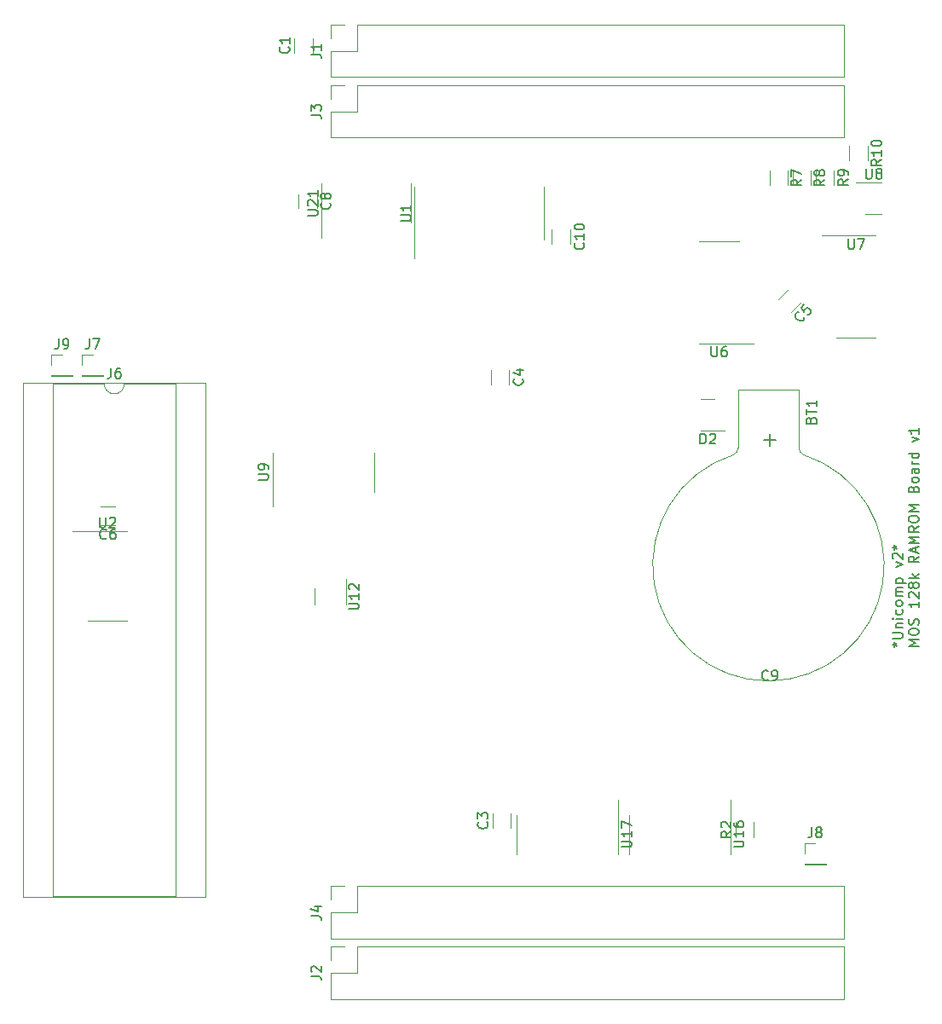
<source format=gbr>
%TF.GenerationSoftware,KiCad,Pcbnew,7.0.5-7.0.5~ubuntu20.04.1*%
%TF.CreationDate,2023-07-18T14:00:40+02:00*%
%TF.ProjectId,RAMROM_512k_board,52414d52-4f4d-45f3-9531-326b5f626f61,rev?*%
%TF.SameCoordinates,Original*%
%TF.FileFunction,Legend,Top*%
%TF.FilePolarity,Positive*%
%FSLAX46Y46*%
G04 Gerber Fmt 4.6, Leading zero omitted, Abs format (unit mm)*
G04 Created by KiCad (PCBNEW 7.0.5-7.0.5~ubuntu20.04.1) date 2023-07-18 14:00:40*
%MOMM*%
%LPD*%
G01*
G04 APERTURE LIST*
%ADD10C,0.150000*%
%ADD11C,0.120000*%
G04 APERTURE END LIST*
D10*
X194128219Y-108537163D02*
X194366314Y-108537163D01*
X194271076Y-108775258D02*
X194366314Y-108537163D01*
X194366314Y-108537163D02*
X194271076Y-108299068D01*
X194556790Y-108680020D02*
X194366314Y-108537163D01*
X194366314Y-108537163D02*
X194556790Y-108394306D01*
X194128219Y-107918115D02*
X194937742Y-107918115D01*
X194937742Y-107918115D02*
X195032980Y-107870496D01*
X195032980Y-107870496D02*
X195080600Y-107822877D01*
X195080600Y-107822877D02*
X195128219Y-107727639D01*
X195128219Y-107727639D02*
X195128219Y-107537163D01*
X195128219Y-107537163D02*
X195080600Y-107441925D01*
X195080600Y-107441925D02*
X195032980Y-107394306D01*
X195032980Y-107394306D02*
X194937742Y-107346687D01*
X194937742Y-107346687D02*
X194128219Y-107346687D01*
X194461552Y-106870496D02*
X195128219Y-106870496D01*
X194556790Y-106870496D02*
X194509171Y-106822877D01*
X194509171Y-106822877D02*
X194461552Y-106727639D01*
X194461552Y-106727639D02*
X194461552Y-106584782D01*
X194461552Y-106584782D02*
X194509171Y-106489544D01*
X194509171Y-106489544D02*
X194604409Y-106441925D01*
X194604409Y-106441925D02*
X195128219Y-106441925D01*
X195128219Y-105965734D02*
X194461552Y-105965734D01*
X194128219Y-105965734D02*
X194175838Y-106013353D01*
X194175838Y-106013353D02*
X194223457Y-105965734D01*
X194223457Y-105965734D02*
X194175838Y-105918115D01*
X194175838Y-105918115D02*
X194128219Y-105965734D01*
X194128219Y-105965734D02*
X194223457Y-105965734D01*
X195080600Y-105060973D02*
X195128219Y-105156211D01*
X195128219Y-105156211D02*
X195128219Y-105346687D01*
X195128219Y-105346687D02*
X195080600Y-105441925D01*
X195080600Y-105441925D02*
X195032980Y-105489544D01*
X195032980Y-105489544D02*
X194937742Y-105537163D01*
X194937742Y-105537163D02*
X194652028Y-105537163D01*
X194652028Y-105537163D02*
X194556790Y-105489544D01*
X194556790Y-105489544D02*
X194509171Y-105441925D01*
X194509171Y-105441925D02*
X194461552Y-105346687D01*
X194461552Y-105346687D02*
X194461552Y-105156211D01*
X194461552Y-105156211D02*
X194509171Y-105060973D01*
X195128219Y-104489544D02*
X195080600Y-104584782D01*
X195080600Y-104584782D02*
X195032980Y-104632401D01*
X195032980Y-104632401D02*
X194937742Y-104680020D01*
X194937742Y-104680020D02*
X194652028Y-104680020D01*
X194652028Y-104680020D02*
X194556790Y-104632401D01*
X194556790Y-104632401D02*
X194509171Y-104584782D01*
X194509171Y-104584782D02*
X194461552Y-104489544D01*
X194461552Y-104489544D02*
X194461552Y-104346687D01*
X194461552Y-104346687D02*
X194509171Y-104251449D01*
X194509171Y-104251449D02*
X194556790Y-104203830D01*
X194556790Y-104203830D02*
X194652028Y-104156211D01*
X194652028Y-104156211D02*
X194937742Y-104156211D01*
X194937742Y-104156211D02*
X195032980Y-104203830D01*
X195032980Y-104203830D02*
X195080600Y-104251449D01*
X195080600Y-104251449D02*
X195128219Y-104346687D01*
X195128219Y-104346687D02*
X195128219Y-104489544D01*
X195128219Y-103727639D02*
X194461552Y-103727639D01*
X194556790Y-103727639D02*
X194509171Y-103680020D01*
X194509171Y-103680020D02*
X194461552Y-103584782D01*
X194461552Y-103584782D02*
X194461552Y-103441925D01*
X194461552Y-103441925D02*
X194509171Y-103346687D01*
X194509171Y-103346687D02*
X194604409Y-103299068D01*
X194604409Y-103299068D02*
X195128219Y-103299068D01*
X194604409Y-103299068D02*
X194509171Y-103251449D01*
X194509171Y-103251449D02*
X194461552Y-103156211D01*
X194461552Y-103156211D02*
X194461552Y-103013354D01*
X194461552Y-103013354D02*
X194509171Y-102918115D01*
X194509171Y-102918115D02*
X194604409Y-102870496D01*
X194604409Y-102870496D02*
X195128219Y-102870496D01*
X194461552Y-102394306D02*
X195461552Y-102394306D01*
X194509171Y-102394306D02*
X194461552Y-102299068D01*
X194461552Y-102299068D02*
X194461552Y-102108592D01*
X194461552Y-102108592D02*
X194509171Y-102013354D01*
X194509171Y-102013354D02*
X194556790Y-101965735D01*
X194556790Y-101965735D02*
X194652028Y-101918116D01*
X194652028Y-101918116D02*
X194937742Y-101918116D01*
X194937742Y-101918116D02*
X195032980Y-101965735D01*
X195032980Y-101965735D02*
X195080600Y-102013354D01*
X195080600Y-102013354D02*
X195128219Y-102108592D01*
X195128219Y-102108592D02*
X195128219Y-102299068D01*
X195128219Y-102299068D02*
X195080600Y-102394306D01*
X194461552Y-100822877D02*
X195128219Y-100584782D01*
X195128219Y-100584782D02*
X194461552Y-100346687D01*
X194223457Y-100013353D02*
X194175838Y-99965734D01*
X194175838Y-99965734D02*
X194128219Y-99870496D01*
X194128219Y-99870496D02*
X194128219Y-99632401D01*
X194128219Y-99632401D02*
X194175838Y-99537163D01*
X194175838Y-99537163D02*
X194223457Y-99489544D01*
X194223457Y-99489544D02*
X194318695Y-99441925D01*
X194318695Y-99441925D02*
X194413933Y-99441925D01*
X194413933Y-99441925D02*
X194556790Y-99489544D01*
X194556790Y-99489544D02*
X195128219Y-100060972D01*
X195128219Y-100060972D02*
X195128219Y-99441925D01*
X194128219Y-98870496D02*
X194366314Y-98870496D01*
X194271076Y-99108591D02*
X194366314Y-98870496D01*
X194366314Y-98870496D02*
X194271076Y-98632401D01*
X194556790Y-99013353D02*
X194366314Y-98870496D01*
X194366314Y-98870496D02*
X194556790Y-98727639D01*
X196738219Y-108680020D02*
X195738219Y-108680020D01*
X195738219Y-108680020D02*
X196452504Y-108346687D01*
X196452504Y-108346687D02*
X195738219Y-108013354D01*
X195738219Y-108013354D02*
X196738219Y-108013354D01*
X195738219Y-107346687D02*
X195738219Y-107156211D01*
X195738219Y-107156211D02*
X195785838Y-107060973D01*
X195785838Y-107060973D02*
X195881076Y-106965735D01*
X195881076Y-106965735D02*
X196071552Y-106918116D01*
X196071552Y-106918116D02*
X196404885Y-106918116D01*
X196404885Y-106918116D02*
X196595361Y-106965735D01*
X196595361Y-106965735D02*
X196690600Y-107060973D01*
X196690600Y-107060973D02*
X196738219Y-107156211D01*
X196738219Y-107156211D02*
X196738219Y-107346687D01*
X196738219Y-107346687D02*
X196690600Y-107441925D01*
X196690600Y-107441925D02*
X196595361Y-107537163D01*
X196595361Y-107537163D02*
X196404885Y-107584782D01*
X196404885Y-107584782D02*
X196071552Y-107584782D01*
X196071552Y-107584782D02*
X195881076Y-107537163D01*
X195881076Y-107537163D02*
X195785838Y-107441925D01*
X195785838Y-107441925D02*
X195738219Y-107346687D01*
X196690600Y-106537163D02*
X196738219Y-106394306D01*
X196738219Y-106394306D02*
X196738219Y-106156211D01*
X196738219Y-106156211D02*
X196690600Y-106060973D01*
X196690600Y-106060973D02*
X196642980Y-106013354D01*
X196642980Y-106013354D02*
X196547742Y-105965735D01*
X196547742Y-105965735D02*
X196452504Y-105965735D01*
X196452504Y-105965735D02*
X196357266Y-106013354D01*
X196357266Y-106013354D02*
X196309647Y-106060973D01*
X196309647Y-106060973D02*
X196262028Y-106156211D01*
X196262028Y-106156211D02*
X196214409Y-106346687D01*
X196214409Y-106346687D02*
X196166790Y-106441925D01*
X196166790Y-106441925D02*
X196119171Y-106489544D01*
X196119171Y-106489544D02*
X196023933Y-106537163D01*
X196023933Y-106537163D02*
X195928695Y-106537163D01*
X195928695Y-106537163D02*
X195833457Y-106489544D01*
X195833457Y-106489544D02*
X195785838Y-106441925D01*
X195785838Y-106441925D02*
X195738219Y-106346687D01*
X195738219Y-106346687D02*
X195738219Y-106108592D01*
X195738219Y-106108592D02*
X195785838Y-105965735D01*
X196738219Y-104251449D02*
X196738219Y-104822877D01*
X196738219Y-104537163D02*
X195738219Y-104537163D01*
X195738219Y-104537163D02*
X195881076Y-104632401D01*
X195881076Y-104632401D02*
X195976314Y-104727639D01*
X195976314Y-104727639D02*
X196023933Y-104822877D01*
X195833457Y-103870496D02*
X195785838Y-103822877D01*
X195785838Y-103822877D02*
X195738219Y-103727639D01*
X195738219Y-103727639D02*
X195738219Y-103489544D01*
X195738219Y-103489544D02*
X195785838Y-103394306D01*
X195785838Y-103394306D02*
X195833457Y-103346687D01*
X195833457Y-103346687D02*
X195928695Y-103299068D01*
X195928695Y-103299068D02*
X196023933Y-103299068D01*
X196023933Y-103299068D02*
X196166790Y-103346687D01*
X196166790Y-103346687D02*
X196738219Y-103918115D01*
X196738219Y-103918115D02*
X196738219Y-103299068D01*
X196166790Y-102727639D02*
X196119171Y-102822877D01*
X196119171Y-102822877D02*
X196071552Y-102870496D01*
X196071552Y-102870496D02*
X195976314Y-102918115D01*
X195976314Y-102918115D02*
X195928695Y-102918115D01*
X195928695Y-102918115D02*
X195833457Y-102870496D01*
X195833457Y-102870496D02*
X195785838Y-102822877D01*
X195785838Y-102822877D02*
X195738219Y-102727639D01*
X195738219Y-102727639D02*
X195738219Y-102537163D01*
X195738219Y-102537163D02*
X195785838Y-102441925D01*
X195785838Y-102441925D02*
X195833457Y-102394306D01*
X195833457Y-102394306D02*
X195928695Y-102346687D01*
X195928695Y-102346687D02*
X195976314Y-102346687D01*
X195976314Y-102346687D02*
X196071552Y-102394306D01*
X196071552Y-102394306D02*
X196119171Y-102441925D01*
X196119171Y-102441925D02*
X196166790Y-102537163D01*
X196166790Y-102537163D02*
X196166790Y-102727639D01*
X196166790Y-102727639D02*
X196214409Y-102822877D01*
X196214409Y-102822877D02*
X196262028Y-102870496D01*
X196262028Y-102870496D02*
X196357266Y-102918115D01*
X196357266Y-102918115D02*
X196547742Y-102918115D01*
X196547742Y-102918115D02*
X196642980Y-102870496D01*
X196642980Y-102870496D02*
X196690600Y-102822877D01*
X196690600Y-102822877D02*
X196738219Y-102727639D01*
X196738219Y-102727639D02*
X196738219Y-102537163D01*
X196738219Y-102537163D02*
X196690600Y-102441925D01*
X196690600Y-102441925D02*
X196642980Y-102394306D01*
X196642980Y-102394306D02*
X196547742Y-102346687D01*
X196547742Y-102346687D02*
X196357266Y-102346687D01*
X196357266Y-102346687D02*
X196262028Y-102394306D01*
X196262028Y-102394306D02*
X196214409Y-102441925D01*
X196214409Y-102441925D02*
X196166790Y-102537163D01*
X196738219Y-101918115D02*
X195738219Y-101918115D01*
X196357266Y-101822877D02*
X196738219Y-101537163D01*
X196071552Y-101537163D02*
X196452504Y-101918115D01*
X196738219Y-99775258D02*
X196262028Y-100108591D01*
X196738219Y-100346686D02*
X195738219Y-100346686D01*
X195738219Y-100346686D02*
X195738219Y-99965734D01*
X195738219Y-99965734D02*
X195785838Y-99870496D01*
X195785838Y-99870496D02*
X195833457Y-99822877D01*
X195833457Y-99822877D02*
X195928695Y-99775258D01*
X195928695Y-99775258D02*
X196071552Y-99775258D01*
X196071552Y-99775258D02*
X196166790Y-99822877D01*
X196166790Y-99822877D02*
X196214409Y-99870496D01*
X196214409Y-99870496D02*
X196262028Y-99965734D01*
X196262028Y-99965734D02*
X196262028Y-100346686D01*
X196452504Y-99394305D02*
X196452504Y-98918115D01*
X196738219Y-99489543D02*
X195738219Y-99156210D01*
X195738219Y-99156210D02*
X196738219Y-98822877D01*
X196738219Y-98489543D02*
X195738219Y-98489543D01*
X195738219Y-98489543D02*
X196452504Y-98156210D01*
X196452504Y-98156210D02*
X195738219Y-97822877D01*
X195738219Y-97822877D02*
X196738219Y-97822877D01*
X196738219Y-96775258D02*
X196262028Y-97108591D01*
X196738219Y-97346686D02*
X195738219Y-97346686D01*
X195738219Y-97346686D02*
X195738219Y-96965734D01*
X195738219Y-96965734D02*
X195785838Y-96870496D01*
X195785838Y-96870496D02*
X195833457Y-96822877D01*
X195833457Y-96822877D02*
X195928695Y-96775258D01*
X195928695Y-96775258D02*
X196071552Y-96775258D01*
X196071552Y-96775258D02*
X196166790Y-96822877D01*
X196166790Y-96822877D02*
X196214409Y-96870496D01*
X196214409Y-96870496D02*
X196262028Y-96965734D01*
X196262028Y-96965734D02*
X196262028Y-97346686D01*
X195738219Y-96156210D02*
X195738219Y-95965734D01*
X195738219Y-95965734D02*
X195785838Y-95870496D01*
X195785838Y-95870496D02*
X195881076Y-95775258D01*
X195881076Y-95775258D02*
X196071552Y-95727639D01*
X196071552Y-95727639D02*
X196404885Y-95727639D01*
X196404885Y-95727639D02*
X196595361Y-95775258D01*
X196595361Y-95775258D02*
X196690600Y-95870496D01*
X196690600Y-95870496D02*
X196738219Y-95965734D01*
X196738219Y-95965734D02*
X196738219Y-96156210D01*
X196738219Y-96156210D02*
X196690600Y-96251448D01*
X196690600Y-96251448D02*
X196595361Y-96346686D01*
X196595361Y-96346686D02*
X196404885Y-96394305D01*
X196404885Y-96394305D02*
X196071552Y-96394305D01*
X196071552Y-96394305D02*
X195881076Y-96346686D01*
X195881076Y-96346686D02*
X195785838Y-96251448D01*
X195785838Y-96251448D02*
X195738219Y-96156210D01*
X196738219Y-95299067D02*
X195738219Y-95299067D01*
X195738219Y-95299067D02*
X196452504Y-94965734D01*
X196452504Y-94965734D02*
X195738219Y-94632401D01*
X195738219Y-94632401D02*
X196738219Y-94632401D01*
X196214409Y-93060972D02*
X196262028Y-92918115D01*
X196262028Y-92918115D02*
X196309647Y-92870496D01*
X196309647Y-92870496D02*
X196404885Y-92822877D01*
X196404885Y-92822877D02*
X196547742Y-92822877D01*
X196547742Y-92822877D02*
X196642980Y-92870496D01*
X196642980Y-92870496D02*
X196690600Y-92918115D01*
X196690600Y-92918115D02*
X196738219Y-93013353D01*
X196738219Y-93013353D02*
X196738219Y-93394305D01*
X196738219Y-93394305D02*
X195738219Y-93394305D01*
X195738219Y-93394305D02*
X195738219Y-93060972D01*
X195738219Y-93060972D02*
X195785838Y-92965734D01*
X195785838Y-92965734D02*
X195833457Y-92918115D01*
X195833457Y-92918115D02*
X195928695Y-92870496D01*
X195928695Y-92870496D02*
X196023933Y-92870496D01*
X196023933Y-92870496D02*
X196119171Y-92918115D01*
X196119171Y-92918115D02*
X196166790Y-92965734D01*
X196166790Y-92965734D02*
X196214409Y-93060972D01*
X196214409Y-93060972D02*
X196214409Y-93394305D01*
X196738219Y-92251448D02*
X196690600Y-92346686D01*
X196690600Y-92346686D02*
X196642980Y-92394305D01*
X196642980Y-92394305D02*
X196547742Y-92441924D01*
X196547742Y-92441924D02*
X196262028Y-92441924D01*
X196262028Y-92441924D02*
X196166790Y-92394305D01*
X196166790Y-92394305D02*
X196119171Y-92346686D01*
X196119171Y-92346686D02*
X196071552Y-92251448D01*
X196071552Y-92251448D02*
X196071552Y-92108591D01*
X196071552Y-92108591D02*
X196119171Y-92013353D01*
X196119171Y-92013353D02*
X196166790Y-91965734D01*
X196166790Y-91965734D02*
X196262028Y-91918115D01*
X196262028Y-91918115D02*
X196547742Y-91918115D01*
X196547742Y-91918115D02*
X196642980Y-91965734D01*
X196642980Y-91965734D02*
X196690600Y-92013353D01*
X196690600Y-92013353D02*
X196738219Y-92108591D01*
X196738219Y-92108591D02*
X196738219Y-92251448D01*
X196738219Y-91060972D02*
X196214409Y-91060972D01*
X196214409Y-91060972D02*
X196119171Y-91108591D01*
X196119171Y-91108591D02*
X196071552Y-91203829D01*
X196071552Y-91203829D02*
X196071552Y-91394305D01*
X196071552Y-91394305D02*
X196119171Y-91489543D01*
X196690600Y-91060972D02*
X196738219Y-91156210D01*
X196738219Y-91156210D02*
X196738219Y-91394305D01*
X196738219Y-91394305D02*
X196690600Y-91489543D01*
X196690600Y-91489543D02*
X196595361Y-91537162D01*
X196595361Y-91537162D02*
X196500123Y-91537162D01*
X196500123Y-91537162D02*
X196404885Y-91489543D01*
X196404885Y-91489543D02*
X196357266Y-91394305D01*
X196357266Y-91394305D02*
X196357266Y-91156210D01*
X196357266Y-91156210D02*
X196309647Y-91060972D01*
X196738219Y-90584781D02*
X196071552Y-90584781D01*
X196262028Y-90584781D02*
X196166790Y-90537162D01*
X196166790Y-90537162D02*
X196119171Y-90489543D01*
X196119171Y-90489543D02*
X196071552Y-90394305D01*
X196071552Y-90394305D02*
X196071552Y-90299067D01*
X196738219Y-89537162D02*
X195738219Y-89537162D01*
X196690600Y-89537162D02*
X196738219Y-89632400D01*
X196738219Y-89632400D02*
X196738219Y-89822876D01*
X196738219Y-89822876D02*
X196690600Y-89918114D01*
X196690600Y-89918114D02*
X196642980Y-89965733D01*
X196642980Y-89965733D02*
X196547742Y-90013352D01*
X196547742Y-90013352D02*
X196262028Y-90013352D01*
X196262028Y-90013352D02*
X196166790Y-89965733D01*
X196166790Y-89965733D02*
X196119171Y-89918114D01*
X196119171Y-89918114D02*
X196071552Y-89822876D01*
X196071552Y-89822876D02*
X196071552Y-89632400D01*
X196071552Y-89632400D02*
X196119171Y-89537162D01*
X196071552Y-88394304D02*
X196738219Y-88156209D01*
X196738219Y-88156209D02*
X196071552Y-87918114D01*
X196738219Y-87013352D02*
X196738219Y-87584780D01*
X196738219Y-87299066D02*
X195738219Y-87299066D01*
X195738219Y-87299066D02*
X195881076Y-87394304D01*
X195881076Y-87394304D02*
X195976314Y-87489542D01*
X195976314Y-87489542D02*
X196023933Y-87584780D01*
X181764658Y-111974055D02*
X181717039Y-112021675D01*
X181717039Y-112021675D02*
X181574182Y-112069294D01*
X181574182Y-112069294D02*
X181478944Y-112069294D01*
X181478944Y-112069294D02*
X181336087Y-112021675D01*
X181336087Y-112021675D02*
X181240849Y-111926436D01*
X181240849Y-111926436D02*
X181193230Y-111831198D01*
X181193230Y-111831198D02*
X181145611Y-111640722D01*
X181145611Y-111640722D02*
X181145611Y-111497865D01*
X181145611Y-111497865D02*
X181193230Y-111307389D01*
X181193230Y-111307389D02*
X181240849Y-111212151D01*
X181240849Y-111212151D02*
X181336087Y-111116913D01*
X181336087Y-111116913D02*
X181478944Y-111069294D01*
X181478944Y-111069294D02*
X181574182Y-111069294D01*
X181574182Y-111069294D02*
X181717039Y-111116913D01*
X181717039Y-111116913D02*
X181764658Y-111164532D01*
X182240849Y-112069294D02*
X182431325Y-112069294D01*
X182431325Y-112069294D02*
X182526563Y-112021675D01*
X182526563Y-112021675D02*
X182574182Y-111974055D01*
X182574182Y-111974055D02*
X182669420Y-111831198D01*
X182669420Y-111831198D02*
X182717039Y-111640722D01*
X182717039Y-111640722D02*
X182717039Y-111259770D01*
X182717039Y-111259770D02*
X182669420Y-111164532D01*
X182669420Y-111164532D02*
X182621801Y-111116913D01*
X182621801Y-111116913D02*
X182526563Y-111069294D01*
X182526563Y-111069294D02*
X182336087Y-111069294D01*
X182336087Y-111069294D02*
X182240849Y-111116913D01*
X182240849Y-111116913D02*
X182193230Y-111164532D01*
X182193230Y-111164532D02*
X182145611Y-111259770D01*
X182145611Y-111259770D02*
X182145611Y-111497865D01*
X182145611Y-111497865D02*
X182193230Y-111593103D01*
X182193230Y-111593103D02*
X182240849Y-111640722D01*
X182240849Y-111640722D02*
X182336087Y-111688341D01*
X182336087Y-111688341D02*
X182526563Y-111688341D01*
X182526563Y-111688341D02*
X182621801Y-111640722D01*
X182621801Y-111640722D02*
X182669420Y-111593103D01*
X182669420Y-111593103D02*
X182717039Y-111497865D01*
%TO.C,D2*%
X175029905Y-88579819D02*
X175029905Y-87579819D01*
X175029905Y-87579819D02*
X175268000Y-87579819D01*
X175268000Y-87579819D02*
X175410857Y-87627438D01*
X175410857Y-87627438D02*
X175506095Y-87722676D01*
X175506095Y-87722676D02*
X175553714Y-87817914D01*
X175553714Y-87817914D02*
X175601333Y-88008390D01*
X175601333Y-88008390D02*
X175601333Y-88151247D01*
X175601333Y-88151247D02*
X175553714Y-88341723D01*
X175553714Y-88341723D02*
X175506095Y-88436961D01*
X175506095Y-88436961D02*
X175410857Y-88532200D01*
X175410857Y-88532200D02*
X175268000Y-88579819D01*
X175268000Y-88579819D02*
X175029905Y-88579819D01*
X175982286Y-87675057D02*
X176029905Y-87627438D01*
X176029905Y-87627438D02*
X176125143Y-87579819D01*
X176125143Y-87579819D02*
X176363238Y-87579819D01*
X176363238Y-87579819D02*
X176458476Y-87627438D01*
X176458476Y-87627438D02*
X176506095Y-87675057D01*
X176506095Y-87675057D02*
X176553714Y-87770295D01*
X176553714Y-87770295D02*
X176553714Y-87865533D01*
X176553714Y-87865533D02*
X176506095Y-88008390D01*
X176506095Y-88008390D02*
X175934667Y-88579819D01*
X175934667Y-88579819D02*
X176553714Y-88579819D01*
%TO.C,J1*%
X136384819Y-49906338D02*
X137099104Y-49906338D01*
X137099104Y-49906338D02*
X137241961Y-49953957D01*
X137241961Y-49953957D02*
X137337200Y-50049195D01*
X137337200Y-50049195D02*
X137384819Y-50192052D01*
X137384819Y-50192052D02*
X137384819Y-50287290D01*
X137384819Y-48906338D02*
X137384819Y-49477766D01*
X137384819Y-49192052D02*
X136384819Y-49192052D01*
X136384819Y-49192052D02*
X136527676Y-49287290D01*
X136527676Y-49287290D02*
X136622914Y-49382528D01*
X136622914Y-49382528D02*
X136670533Y-49477766D01*
%TO.C,C6*%
X116038333Y-97967580D02*
X115990714Y-98015200D01*
X115990714Y-98015200D02*
X115847857Y-98062819D01*
X115847857Y-98062819D02*
X115752619Y-98062819D01*
X115752619Y-98062819D02*
X115609762Y-98015200D01*
X115609762Y-98015200D02*
X115514524Y-97919961D01*
X115514524Y-97919961D02*
X115466905Y-97824723D01*
X115466905Y-97824723D02*
X115419286Y-97634247D01*
X115419286Y-97634247D02*
X115419286Y-97491390D01*
X115419286Y-97491390D02*
X115466905Y-97300914D01*
X115466905Y-97300914D02*
X115514524Y-97205676D01*
X115514524Y-97205676D02*
X115609762Y-97110438D01*
X115609762Y-97110438D02*
X115752619Y-97062819D01*
X115752619Y-97062819D02*
X115847857Y-97062819D01*
X115847857Y-97062819D02*
X115990714Y-97110438D01*
X115990714Y-97110438D02*
X116038333Y-97158057D01*
X116895476Y-97062819D02*
X116705000Y-97062819D01*
X116705000Y-97062819D02*
X116609762Y-97110438D01*
X116609762Y-97110438D02*
X116562143Y-97158057D01*
X116562143Y-97158057D02*
X116466905Y-97300914D01*
X116466905Y-97300914D02*
X116419286Y-97491390D01*
X116419286Y-97491390D02*
X116419286Y-97872342D01*
X116419286Y-97872342D02*
X116466905Y-97967580D01*
X116466905Y-97967580D02*
X116514524Y-98015200D01*
X116514524Y-98015200D02*
X116609762Y-98062819D01*
X116609762Y-98062819D02*
X116800238Y-98062819D01*
X116800238Y-98062819D02*
X116895476Y-98015200D01*
X116895476Y-98015200D02*
X116943095Y-97967580D01*
X116943095Y-97967580D02*
X116990714Y-97872342D01*
X116990714Y-97872342D02*
X116990714Y-97634247D01*
X116990714Y-97634247D02*
X116943095Y-97539009D01*
X116943095Y-97539009D02*
X116895476Y-97491390D01*
X116895476Y-97491390D02*
X116800238Y-97443771D01*
X116800238Y-97443771D02*
X116609762Y-97443771D01*
X116609762Y-97443771D02*
X116514524Y-97491390D01*
X116514524Y-97491390D02*
X116466905Y-97539009D01*
X116466905Y-97539009D02*
X116419286Y-97634247D01*
%TO.C,J6*%
X116506666Y-81071819D02*
X116506666Y-81786104D01*
X116506666Y-81786104D02*
X116459047Y-81928961D01*
X116459047Y-81928961D02*
X116363809Y-82024200D01*
X116363809Y-82024200D02*
X116220952Y-82071819D01*
X116220952Y-82071819D02*
X116125714Y-82071819D01*
X117411428Y-81071819D02*
X117220952Y-81071819D01*
X117220952Y-81071819D02*
X117125714Y-81119438D01*
X117125714Y-81119438D02*
X117078095Y-81167057D01*
X117078095Y-81167057D02*
X116982857Y-81309914D01*
X116982857Y-81309914D02*
X116935238Y-81500390D01*
X116935238Y-81500390D02*
X116935238Y-81881342D01*
X116935238Y-81881342D02*
X116982857Y-81976580D01*
X116982857Y-81976580D02*
X117030476Y-82024200D01*
X117030476Y-82024200D02*
X117125714Y-82071819D01*
X117125714Y-82071819D02*
X117316190Y-82071819D01*
X117316190Y-82071819D02*
X117411428Y-82024200D01*
X117411428Y-82024200D02*
X117459047Y-81976580D01*
X117459047Y-81976580D02*
X117506666Y-81881342D01*
X117506666Y-81881342D02*
X117506666Y-81643247D01*
X117506666Y-81643247D02*
X117459047Y-81548009D01*
X117459047Y-81548009D02*
X117411428Y-81500390D01*
X117411428Y-81500390D02*
X117316190Y-81452771D01*
X117316190Y-81452771D02*
X117125714Y-81452771D01*
X117125714Y-81452771D02*
X117030476Y-81500390D01*
X117030476Y-81500390D02*
X116982857Y-81548009D01*
X116982857Y-81548009D02*
X116935238Y-81643247D01*
%TO.C,BT1*%
X186044210Y-86224113D02*
X186091829Y-86081256D01*
X186091829Y-86081256D02*
X186139448Y-86033637D01*
X186139448Y-86033637D02*
X186234686Y-85986018D01*
X186234686Y-85986018D02*
X186377543Y-85986018D01*
X186377543Y-85986018D02*
X186472781Y-86033637D01*
X186472781Y-86033637D02*
X186520401Y-86081256D01*
X186520401Y-86081256D02*
X186568020Y-86176494D01*
X186568020Y-86176494D02*
X186568020Y-86557446D01*
X186568020Y-86557446D02*
X185568020Y-86557446D01*
X185568020Y-86557446D02*
X185568020Y-86224113D01*
X185568020Y-86224113D02*
X185615639Y-86128875D01*
X185615639Y-86128875D02*
X185663258Y-86081256D01*
X185663258Y-86081256D02*
X185758496Y-86033637D01*
X185758496Y-86033637D02*
X185853734Y-86033637D01*
X185853734Y-86033637D02*
X185948972Y-86081256D01*
X185948972Y-86081256D02*
X185996591Y-86128875D01*
X185996591Y-86128875D02*
X186044210Y-86224113D01*
X186044210Y-86224113D02*
X186044210Y-86557446D01*
X185568020Y-85700303D02*
X185568020Y-85128875D01*
X186568020Y-85414589D02*
X185568020Y-85414589D01*
X186568020Y-84271732D02*
X186568020Y-84843160D01*
X186568020Y-84557446D02*
X185568020Y-84557446D01*
X185568020Y-84557446D02*
X185710877Y-84652684D01*
X185710877Y-84652684D02*
X185806115Y-84747922D01*
X185806115Y-84747922D02*
X185853734Y-84843160D01*
X181927901Y-88759827D02*
X181927901Y-87616970D01*
X182499329Y-88188398D02*
X181356472Y-88188398D01*
%TO.C,J7*%
X114347666Y-78166819D02*
X114347666Y-78881104D01*
X114347666Y-78881104D02*
X114300047Y-79023961D01*
X114300047Y-79023961D02*
X114204809Y-79119200D01*
X114204809Y-79119200D02*
X114061952Y-79166819D01*
X114061952Y-79166819D02*
X113966714Y-79166819D01*
X114728619Y-78166819D02*
X115395285Y-78166819D01*
X115395285Y-78166819D02*
X114966714Y-79166819D01*
%TO.C,C10*%
X163423380Y-68662257D02*
X163471000Y-68709876D01*
X163471000Y-68709876D02*
X163518619Y-68852733D01*
X163518619Y-68852733D02*
X163518619Y-68947971D01*
X163518619Y-68947971D02*
X163471000Y-69090828D01*
X163471000Y-69090828D02*
X163375761Y-69186066D01*
X163375761Y-69186066D02*
X163280523Y-69233685D01*
X163280523Y-69233685D02*
X163090047Y-69281304D01*
X163090047Y-69281304D02*
X162947190Y-69281304D01*
X162947190Y-69281304D02*
X162756714Y-69233685D01*
X162756714Y-69233685D02*
X162661476Y-69186066D01*
X162661476Y-69186066D02*
X162566238Y-69090828D01*
X162566238Y-69090828D02*
X162518619Y-68947971D01*
X162518619Y-68947971D02*
X162518619Y-68852733D01*
X162518619Y-68852733D02*
X162566238Y-68709876D01*
X162566238Y-68709876D02*
X162613857Y-68662257D01*
X163518619Y-67709876D02*
X163518619Y-68281304D01*
X163518619Y-67995590D02*
X162518619Y-67995590D01*
X162518619Y-67995590D02*
X162661476Y-68090828D01*
X162661476Y-68090828D02*
X162756714Y-68186066D01*
X162756714Y-68186066D02*
X162804333Y-68281304D01*
X162518619Y-67090828D02*
X162518619Y-66995590D01*
X162518619Y-66995590D02*
X162566238Y-66900352D01*
X162566238Y-66900352D02*
X162613857Y-66852733D01*
X162613857Y-66852733D02*
X162709095Y-66805114D01*
X162709095Y-66805114D02*
X162899571Y-66757495D01*
X162899571Y-66757495D02*
X163137666Y-66757495D01*
X163137666Y-66757495D02*
X163328142Y-66805114D01*
X163328142Y-66805114D02*
X163423380Y-66852733D01*
X163423380Y-66852733D02*
X163471000Y-66900352D01*
X163471000Y-66900352D02*
X163518619Y-66995590D01*
X163518619Y-66995590D02*
X163518619Y-67090828D01*
X163518619Y-67090828D02*
X163471000Y-67186066D01*
X163471000Y-67186066D02*
X163423380Y-67233685D01*
X163423380Y-67233685D02*
X163328142Y-67281304D01*
X163328142Y-67281304D02*
X163137666Y-67328923D01*
X163137666Y-67328923D02*
X162899571Y-67328923D01*
X162899571Y-67328923D02*
X162709095Y-67281304D01*
X162709095Y-67281304D02*
X162613857Y-67233685D01*
X162613857Y-67233685D02*
X162566238Y-67186066D01*
X162566238Y-67186066D02*
X162518619Y-67090828D01*
%TO.C,J4*%
X136384819Y-135452338D02*
X137099104Y-135452338D01*
X137099104Y-135452338D02*
X137241961Y-135499957D01*
X137241961Y-135499957D02*
X137337200Y-135595195D01*
X137337200Y-135595195D02*
X137384819Y-135738052D01*
X137384819Y-135738052D02*
X137384819Y-135833290D01*
X136718152Y-134547576D02*
X137384819Y-134547576D01*
X136337200Y-134785671D02*
X137051485Y-135023766D01*
X137051485Y-135023766D02*
X137051485Y-134404719D01*
%TO.C,R2*%
X178085819Y-127065666D02*
X177609628Y-127398999D01*
X178085819Y-127637094D02*
X177085819Y-127637094D01*
X177085819Y-127637094D02*
X177085819Y-127256142D01*
X177085819Y-127256142D02*
X177133438Y-127160904D01*
X177133438Y-127160904D02*
X177181057Y-127113285D01*
X177181057Y-127113285D02*
X177276295Y-127065666D01*
X177276295Y-127065666D02*
X177419152Y-127065666D01*
X177419152Y-127065666D02*
X177514390Y-127113285D01*
X177514390Y-127113285D02*
X177562009Y-127160904D01*
X177562009Y-127160904D02*
X177609628Y-127256142D01*
X177609628Y-127256142D02*
X177609628Y-127637094D01*
X177181057Y-126684713D02*
X177133438Y-126637094D01*
X177133438Y-126637094D02*
X177085819Y-126541856D01*
X177085819Y-126541856D02*
X177085819Y-126303761D01*
X177085819Y-126303761D02*
X177133438Y-126208523D01*
X177133438Y-126208523D02*
X177181057Y-126160904D01*
X177181057Y-126160904D02*
X177276295Y-126113285D01*
X177276295Y-126113285D02*
X177371533Y-126113285D01*
X177371533Y-126113285D02*
X177514390Y-126160904D01*
X177514390Y-126160904D02*
X178085819Y-126732332D01*
X178085819Y-126732332D02*
X178085819Y-126113285D01*
%TO.C,U6*%
X176145936Y-78915290D02*
X176145936Y-79724813D01*
X176145936Y-79724813D02*
X176193555Y-79820051D01*
X176193555Y-79820051D02*
X176241174Y-79867671D01*
X176241174Y-79867671D02*
X176336412Y-79915290D01*
X176336412Y-79915290D02*
X176526888Y-79915290D01*
X176526888Y-79915290D02*
X176622126Y-79867671D01*
X176622126Y-79867671D02*
X176669745Y-79820051D01*
X176669745Y-79820051D02*
X176717364Y-79724813D01*
X176717364Y-79724813D02*
X176717364Y-78915290D01*
X177622126Y-78915290D02*
X177431650Y-78915290D01*
X177431650Y-78915290D02*
X177336412Y-78962909D01*
X177336412Y-78962909D02*
X177288793Y-79010528D01*
X177288793Y-79010528D02*
X177193555Y-79153385D01*
X177193555Y-79153385D02*
X177145936Y-79343861D01*
X177145936Y-79343861D02*
X177145936Y-79724813D01*
X177145936Y-79724813D02*
X177193555Y-79820051D01*
X177193555Y-79820051D02*
X177241174Y-79867671D01*
X177241174Y-79867671D02*
X177336412Y-79915290D01*
X177336412Y-79915290D02*
X177526888Y-79915290D01*
X177526888Y-79915290D02*
X177622126Y-79867671D01*
X177622126Y-79867671D02*
X177669745Y-79820051D01*
X177669745Y-79820051D02*
X177717364Y-79724813D01*
X177717364Y-79724813D02*
X177717364Y-79486718D01*
X177717364Y-79486718D02*
X177669745Y-79391480D01*
X177669745Y-79391480D02*
X177622126Y-79343861D01*
X177622126Y-79343861D02*
X177526888Y-79296242D01*
X177526888Y-79296242D02*
X177336412Y-79296242D01*
X177336412Y-79296242D02*
X177241174Y-79343861D01*
X177241174Y-79343861D02*
X177193555Y-79391480D01*
X177193555Y-79391480D02*
X177145936Y-79486718D01*
%TO.C,U16*%
X178359819Y-128613494D02*
X179169342Y-128613494D01*
X179169342Y-128613494D02*
X179264580Y-128565875D01*
X179264580Y-128565875D02*
X179312200Y-128518256D01*
X179312200Y-128518256D02*
X179359819Y-128423018D01*
X179359819Y-128423018D02*
X179359819Y-128232542D01*
X179359819Y-128232542D02*
X179312200Y-128137304D01*
X179312200Y-128137304D02*
X179264580Y-128089685D01*
X179264580Y-128089685D02*
X179169342Y-128042066D01*
X179169342Y-128042066D02*
X178359819Y-128042066D01*
X179359819Y-127042066D02*
X179359819Y-127613494D01*
X179359819Y-127327780D02*
X178359819Y-127327780D01*
X178359819Y-127327780D02*
X178502676Y-127423018D01*
X178502676Y-127423018D02*
X178597914Y-127518256D01*
X178597914Y-127518256D02*
X178645533Y-127613494D01*
X178359819Y-126184923D02*
X178359819Y-126375399D01*
X178359819Y-126375399D02*
X178407438Y-126470637D01*
X178407438Y-126470637D02*
X178455057Y-126518256D01*
X178455057Y-126518256D02*
X178597914Y-126613494D01*
X178597914Y-126613494D02*
X178788390Y-126661113D01*
X178788390Y-126661113D02*
X179169342Y-126661113D01*
X179169342Y-126661113D02*
X179264580Y-126613494D01*
X179264580Y-126613494D02*
X179312200Y-126565875D01*
X179312200Y-126565875D02*
X179359819Y-126470637D01*
X179359819Y-126470637D02*
X179359819Y-126280161D01*
X179359819Y-126280161D02*
X179312200Y-126184923D01*
X179312200Y-126184923D02*
X179264580Y-126137304D01*
X179264580Y-126137304D02*
X179169342Y-126089685D01*
X179169342Y-126089685D02*
X178931247Y-126089685D01*
X178931247Y-126089685D02*
X178836009Y-126137304D01*
X178836009Y-126137304D02*
X178788390Y-126184923D01*
X178788390Y-126184923D02*
X178740771Y-126280161D01*
X178740771Y-126280161D02*
X178740771Y-126470637D01*
X178740771Y-126470637D02*
X178788390Y-126565875D01*
X178788390Y-126565875D02*
X178836009Y-126613494D01*
X178836009Y-126613494D02*
X178931247Y-126661113D01*
%TO.C,U8*%
X191501336Y-61266019D02*
X191501336Y-62075542D01*
X191501336Y-62075542D02*
X191548955Y-62170780D01*
X191548955Y-62170780D02*
X191596574Y-62218400D01*
X191596574Y-62218400D02*
X191691812Y-62266019D01*
X191691812Y-62266019D02*
X191882288Y-62266019D01*
X191882288Y-62266019D02*
X191977526Y-62218400D01*
X191977526Y-62218400D02*
X192025145Y-62170780D01*
X192025145Y-62170780D02*
X192072764Y-62075542D01*
X192072764Y-62075542D02*
X192072764Y-61266019D01*
X192691812Y-61694590D02*
X192596574Y-61646971D01*
X192596574Y-61646971D02*
X192548955Y-61599352D01*
X192548955Y-61599352D02*
X192501336Y-61504114D01*
X192501336Y-61504114D02*
X192501336Y-61456495D01*
X192501336Y-61456495D02*
X192548955Y-61361257D01*
X192548955Y-61361257D02*
X192596574Y-61313638D01*
X192596574Y-61313638D02*
X192691812Y-61266019D01*
X192691812Y-61266019D02*
X192882288Y-61266019D01*
X192882288Y-61266019D02*
X192977526Y-61313638D01*
X192977526Y-61313638D02*
X193025145Y-61361257D01*
X193025145Y-61361257D02*
X193072764Y-61456495D01*
X193072764Y-61456495D02*
X193072764Y-61504114D01*
X193072764Y-61504114D02*
X193025145Y-61599352D01*
X193025145Y-61599352D02*
X192977526Y-61646971D01*
X192977526Y-61646971D02*
X192882288Y-61694590D01*
X192882288Y-61694590D02*
X192691812Y-61694590D01*
X192691812Y-61694590D02*
X192596574Y-61742209D01*
X192596574Y-61742209D02*
X192548955Y-61789828D01*
X192548955Y-61789828D02*
X192501336Y-61885066D01*
X192501336Y-61885066D02*
X192501336Y-62075542D01*
X192501336Y-62075542D02*
X192548955Y-62170780D01*
X192548955Y-62170780D02*
X192596574Y-62218400D01*
X192596574Y-62218400D02*
X192691812Y-62266019D01*
X192691812Y-62266019D02*
X192882288Y-62266019D01*
X192882288Y-62266019D02*
X192977526Y-62218400D01*
X192977526Y-62218400D02*
X193025145Y-62170780D01*
X193025145Y-62170780D02*
X193072764Y-62075542D01*
X193072764Y-62075542D02*
X193072764Y-61885066D01*
X193072764Y-61885066D02*
X193025145Y-61789828D01*
X193025145Y-61789828D02*
X192977526Y-61742209D01*
X192977526Y-61742209D02*
X192882288Y-61694590D01*
%TO.C,U21*%
X136033819Y-65931894D02*
X136843342Y-65931894D01*
X136843342Y-65931894D02*
X136938580Y-65884275D01*
X136938580Y-65884275D02*
X136986200Y-65836656D01*
X136986200Y-65836656D02*
X137033819Y-65741418D01*
X137033819Y-65741418D02*
X137033819Y-65550942D01*
X137033819Y-65550942D02*
X136986200Y-65455704D01*
X136986200Y-65455704D02*
X136938580Y-65408085D01*
X136938580Y-65408085D02*
X136843342Y-65360466D01*
X136843342Y-65360466D02*
X136033819Y-65360466D01*
X136129057Y-64931894D02*
X136081438Y-64884275D01*
X136081438Y-64884275D02*
X136033819Y-64789037D01*
X136033819Y-64789037D02*
X136033819Y-64550942D01*
X136033819Y-64550942D02*
X136081438Y-64455704D01*
X136081438Y-64455704D02*
X136129057Y-64408085D01*
X136129057Y-64408085D02*
X136224295Y-64360466D01*
X136224295Y-64360466D02*
X136319533Y-64360466D01*
X136319533Y-64360466D02*
X136462390Y-64408085D01*
X136462390Y-64408085D02*
X137033819Y-64979513D01*
X137033819Y-64979513D02*
X137033819Y-64360466D01*
X137033819Y-63408085D02*
X137033819Y-63979513D01*
X137033819Y-63693799D02*
X136033819Y-63693799D01*
X136033819Y-63693799D02*
X136176676Y-63789037D01*
X136176676Y-63789037D02*
X136271914Y-63884275D01*
X136271914Y-63884275D02*
X136319533Y-63979513D01*
%TO.C,C4*%
X157378180Y-82134266D02*
X157425800Y-82181885D01*
X157425800Y-82181885D02*
X157473419Y-82324742D01*
X157473419Y-82324742D02*
X157473419Y-82419980D01*
X157473419Y-82419980D02*
X157425800Y-82562837D01*
X157425800Y-82562837D02*
X157330561Y-82658075D01*
X157330561Y-82658075D02*
X157235323Y-82705694D01*
X157235323Y-82705694D02*
X157044847Y-82753313D01*
X157044847Y-82753313D02*
X156901990Y-82753313D01*
X156901990Y-82753313D02*
X156711514Y-82705694D01*
X156711514Y-82705694D02*
X156616276Y-82658075D01*
X156616276Y-82658075D02*
X156521038Y-82562837D01*
X156521038Y-82562837D02*
X156473419Y-82419980D01*
X156473419Y-82419980D02*
X156473419Y-82324742D01*
X156473419Y-82324742D02*
X156521038Y-82181885D01*
X156521038Y-82181885D02*
X156568657Y-82134266D01*
X156806752Y-81277123D02*
X157473419Y-81277123D01*
X156425800Y-81515218D02*
X157140085Y-81753313D01*
X157140085Y-81753313D02*
X157140085Y-81134266D01*
%TO.C,U12*%
X140132419Y-105007394D02*
X140941942Y-105007394D01*
X140941942Y-105007394D02*
X141037180Y-104959775D01*
X141037180Y-104959775D02*
X141084800Y-104912156D01*
X141084800Y-104912156D02*
X141132419Y-104816918D01*
X141132419Y-104816918D02*
X141132419Y-104626442D01*
X141132419Y-104626442D02*
X141084800Y-104531204D01*
X141084800Y-104531204D02*
X141037180Y-104483585D01*
X141037180Y-104483585D02*
X140941942Y-104435966D01*
X140941942Y-104435966D02*
X140132419Y-104435966D01*
X141132419Y-103435966D02*
X141132419Y-104007394D01*
X141132419Y-103721680D02*
X140132419Y-103721680D01*
X140132419Y-103721680D02*
X140275276Y-103816918D01*
X140275276Y-103816918D02*
X140370514Y-103912156D01*
X140370514Y-103912156D02*
X140418133Y-104007394D01*
X140227657Y-103055013D02*
X140180038Y-103007394D01*
X140180038Y-103007394D02*
X140132419Y-102912156D01*
X140132419Y-102912156D02*
X140132419Y-102674061D01*
X140132419Y-102674061D02*
X140180038Y-102578823D01*
X140180038Y-102578823D02*
X140227657Y-102531204D01*
X140227657Y-102531204D02*
X140322895Y-102483585D01*
X140322895Y-102483585D02*
X140418133Y-102483585D01*
X140418133Y-102483585D02*
X140560990Y-102531204D01*
X140560990Y-102531204D02*
X141132419Y-103102632D01*
X141132419Y-103102632D02*
X141132419Y-102483585D01*
%TO.C,U17*%
X167209219Y-128613494D02*
X168018742Y-128613494D01*
X168018742Y-128613494D02*
X168113980Y-128565875D01*
X168113980Y-128565875D02*
X168161600Y-128518256D01*
X168161600Y-128518256D02*
X168209219Y-128423018D01*
X168209219Y-128423018D02*
X168209219Y-128232542D01*
X168209219Y-128232542D02*
X168161600Y-128137304D01*
X168161600Y-128137304D02*
X168113980Y-128089685D01*
X168113980Y-128089685D02*
X168018742Y-128042066D01*
X168018742Y-128042066D02*
X167209219Y-128042066D01*
X168209219Y-127042066D02*
X168209219Y-127613494D01*
X168209219Y-127327780D02*
X167209219Y-127327780D01*
X167209219Y-127327780D02*
X167352076Y-127423018D01*
X167352076Y-127423018D02*
X167447314Y-127518256D01*
X167447314Y-127518256D02*
X167494933Y-127613494D01*
X167209219Y-126708732D02*
X167209219Y-126042066D01*
X167209219Y-126042066D02*
X168209219Y-126470637D01*
%TO.C,C5*%
X185375017Y-76053043D02*
X185375017Y-76120387D01*
X185375017Y-76120387D02*
X185307673Y-76255074D01*
X185307673Y-76255074D02*
X185240330Y-76322417D01*
X185240330Y-76322417D02*
X185105643Y-76389761D01*
X185105643Y-76389761D02*
X184970956Y-76389761D01*
X184970956Y-76389761D02*
X184869941Y-76356089D01*
X184869941Y-76356089D02*
X184701582Y-76255074D01*
X184701582Y-76255074D02*
X184600567Y-76154059D01*
X184600567Y-76154059D02*
X184499551Y-75985700D01*
X184499551Y-75985700D02*
X184465880Y-75884685D01*
X184465880Y-75884685D02*
X184465880Y-75749998D01*
X184465880Y-75749998D02*
X184533223Y-75615311D01*
X184533223Y-75615311D02*
X184600567Y-75547967D01*
X184600567Y-75547967D02*
X184735254Y-75480624D01*
X184735254Y-75480624D02*
X184802597Y-75480624D01*
X185375017Y-74773517D02*
X185038299Y-75110234D01*
X185038299Y-75110234D02*
X185341345Y-75480624D01*
X185341345Y-75480624D02*
X185341345Y-75413280D01*
X185341345Y-75413280D02*
X185375017Y-75312265D01*
X185375017Y-75312265D02*
X185543376Y-75143906D01*
X185543376Y-75143906D02*
X185644391Y-75110234D01*
X185644391Y-75110234D02*
X185711734Y-75110234D01*
X185711734Y-75110234D02*
X185812750Y-75143906D01*
X185812750Y-75143906D02*
X185981108Y-75312265D01*
X185981108Y-75312265D02*
X186014780Y-75413280D01*
X186014780Y-75413280D02*
X186014780Y-75480624D01*
X186014780Y-75480624D02*
X185981108Y-75581639D01*
X185981108Y-75581639D02*
X185812750Y-75749998D01*
X185812750Y-75749998D02*
X185711734Y-75783669D01*
X185711734Y-75783669D02*
X185644391Y-75783669D01*
%TO.C,R8*%
X187390019Y-62345266D02*
X186913828Y-62678599D01*
X187390019Y-62916694D02*
X186390019Y-62916694D01*
X186390019Y-62916694D02*
X186390019Y-62535742D01*
X186390019Y-62535742D02*
X186437638Y-62440504D01*
X186437638Y-62440504D02*
X186485257Y-62392885D01*
X186485257Y-62392885D02*
X186580495Y-62345266D01*
X186580495Y-62345266D02*
X186723352Y-62345266D01*
X186723352Y-62345266D02*
X186818590Y-62392885D01*
X186818590Y-62392885D02*
X186866209Y-62440504D01*
X186866209Y-62440504D02*
X186913828Y-62535742D01*
X186913828Y-62535742D02*
X186913828Y-62916694D01*
X186818590Y-61773837D02*
X186770971Y-61869075D01*
X186770971Y-61869075D02*
X186723352Y-61916694D01*
X186723352Y-61916694D02*
X186628114Y-61964313D01*
X186628114Y-61964313D02*
X186580495Y-61964313D01*
X186580495Y-61964313D02*
X186485257Y-61916694D01*
X186485257Y-61916694D02*
X186437638Y-61869075D01*
X186437638Y-61869075D02*
X186390019Y-61773837D01*
X186390019Y-61773837D02*
X186390019Y-61583361D01*
X186390019Y-61583361D02*
X186437638Y-61488123D01*
X186437638Y-61488123D02*
X186485257Y-61440504D01*
X186485257Y-61440504D02*
X186580495Y-61392885D01*
X186580495Y-61392885D02*
X186628114Y-61392885D01*
X186628114Y-61392885D02*
X186723352Y-61440504D01*
X186723352Y-61440504D02*
X186770971Y-61488123D01*
X186770971Y-61488123D02*
X186818590Y-61583361D01*
X186818590Y-61583361D02*
X186818590Y-61773837D01*
X186818590Y-61773837D02*
X186866209Y-61869075D01*
X186866209Y-61869075D02*
X186913828Y-61916694D01*
X186913828Y-61916694D02*
X187009066Y-61964313D01*
X187009066Y-61964313D02*
X187199542Y-61964313D01*
X187199542Y-61964313D02*
X187294780Y-61916694D01*
X187294780Y-61916694D02*
X187342400Y-61869075D01*
X187342400Y-61869075D02*
X187390019Y-61773837D01*
X187390019Y-61773837D02*
X187390019Y-61583361D01*
X187390019Y-61583361D02*
X187342400Y-61488123D01*
X187342400Y-61488123D02*
X187294780Y-61440504D01*
X187294780Y-61440504D02*
X187199542Y-61392885D01*
X187199542Y-61392885D02*
X187009066Y-61392885D01*
X187009066Y-61392885D02*
X186913828Y-61440504D01*
X186913828Y-61440504D02*
X186866209Y-61488123D01*
X186866209Y-61488123D02*
X186818590Y-61583361D01*
%TO.C,J2*%
X136384819Y-141452338D02*
X137099104Y-141452338D01*
X137099104Y-141452338D02*
X137241961Y-141499957D01*
X137241961Y-141499957D02*
X137337200Y-141595195D01*
X137337200Y-141595195D02*
X137384819Y-141738052D01*
X137384819Y-141738052D02*
X137384819Y-141833290D01*
X136480057Y-141023766D02*
X136432438Y-140976147D01*
X136432438Y-140976147D02*
X136384819Y-140880909D01*
X136384819Y-140880909D02*
X136384819Y-140642814D01*
X136384819Y-140642814D02*
X136432438Y-140547576D01*
X136432438Y-140547576D02*
X136480057Y-140499957D01*
X136480057Y-140499957D02*
X136575295Y-140452338D01*
X136575295Y-140452338D02*
X136670533Y-140452338D01*
X136670533Y-140452338D02*
X136813390Y-140499957D01*
X136813390Y-140499957D02*
X137384819Y-141071385D01*
X137384819Y-141071385D02*
X137384819Y-140452338D01*
%TO.C,J9*%
X111299666Y-78166819D02*
X111299666Y-78881104D01*
X111299666Y-78881104D02*
X111252047Y-79023961D01*
X111252047Y-79023961D02*
X111156809Y-79119200D01*
X111156809Y-79119200D02*
X111013952Y-79166819D01*
X111013952Y-79166819D02*
X110918714Y-79166819D01*
X111823476Y-79166819D02*
X112013952Y-79166819D01*
X112013952Y-79166819D02*
X112109190Y-79119200D01*
X112109190Y-79119200D02*
X112156809Y-79071580D01*
X112156809Y-79071580D02*
X112252047Y-78928723D01*
X112252047Y-78928723D02*
X112299666Y-78738247D01*
X112299666Y-78738247D02*
X112299666Y-78357295D01*
X112299666Y-78357295D02*
X112252047Y-78262057D01*
X112252047Y-78262057D02*
X112204428Y-78214438D01*
X112204428Y-78214438D02*
X112109190Y-78166819D01*
X112109190Y-78166819D02*
X111918714Y-78166819D01*
X111918714Y-78166819D02*
X111823476Y-78214438D01*
X111823476Y-78214438D02*
X111775857Y-78262057D01*
X111775857Y-78262057D02*
X111728238Y-78357295D01*
X111728238Y-78357295D02*
X111728238Y-78595390D01*
X111728238Y-78595390D02*
X111775857Y-78690628D01*
X111775857Y-78690628D02*
X111823476Y-78738247D01*
X111823476Y-78738247D02*
X111918714Y-78785866D01*
X111918714Y-78785866D02*
X112109190Y-78785866D01*
X112109190Y-78785866D02*
X112204428Y-78738247D01*
X112204428Y-78738247D02*
X112252047Y-78690628D01*
X112252047Y-78690628D02*
X112299666Y-78595390D01*
%TO.C,R10*%
X193028819Y-60357657D02*
X192552628Y-60690990D01*
X193028819Y-60929085D02*
X192028819Y-60929085D01*
X192028819Y-60929085D02*
X192028819Y-60548133D01*
X192028819Y-60548133D02*
X192076438Y-60452895D01*
X192076438Y-60452895D02*
X192124057Y-60405276D01*
X192124057Y-60405276D02*
X192219295Y-60357657D01*
X192219295Y-60357657D02*
X192362152Y-60357657D01*
X192362152Y-60357657D02*
X192457390Y-60405276D01*
X192457390Y-60405276D02*
X192505009Y-60452895D01*
X192505009Y-60452895D02*
X192552628Y-60548133D01*
X192552628Y-60548133D02*
X192552628Y-60929085D01*
X193028819Y-59405276D02*
X193028819Y-59976704D01*
X193028819Y-59690990D02*
X192028819Y-59690990D01*
X192028819Y-59690990D02*
X192171676Y-59786228D01*
X192171676Y-59786228D02*
X192266914Y-59881466D01*
X192266914Y-59881466D02*
X192314533Y-59976704D01*
X192028819Y-58786228D02*
X192028819Y-58690990D01*
X192028819Y-58690990D02*
X192076438Y-58595752D01*
X192076438Y-58595752D02*
X192124057Y-58548133D01*
X192124057Y-58548133D02*
X192219295Y-58500514D01*
X192219295Y-58500514D02*
X192409771Y-58452895D01*
X192409771Y-58452895D02*
X192647866Y-58452895D01*
X192647866Y-58452895D02*
X192838342Y-58500514D01*
X192838342Y-58500514D02*
X192933580Y-58548133D01*
X192933580Y-58548133D02*
X192981200Y-58595752D01*
X192981200Y-58595752D02*
X193028819Y-58690990D01*
X193028819Y-58690990D02*
X193028819Y-58786228D01*
X193028819Y-58786228D02*
X192981200Y-58881466D01*
X192981200Y-58881466D02*
X192933580Y-58929085D01*
X192933580Y-58929085D02*
X192838342Y-58976704D01*
X192838342Y-58976704D02*
X192647866Y-59024323D01*
X192647866Y-59024323D02*
X192409771Y-59024323D01*
X192409771Y-59024323D02*
X192219295Y-58976704D01*
X192219295Y-58976704D02*
X192124057Y-58929085D01*
X192124057Y-58929085D02*
X192076438Y-58881466D01*
X192076438Y-58881466D02*
X192028819Y-58786228D01*
%TO.C,R7*%
X185104019Y-62346466D02*
X184627828Y-62679799D01*
X185104019Y-62917894D02*
X184104019Y-62917894D01*
X184104019Y-62917894D02*
X184104019Y-62536942D01*
X184104019Y-62536942D02*
X184151638Y-62441704D01*
X184151638Y-62441704D02*
X184199257Y-62394085D01*
X184199257Y-62394085D02*
X184294495Y-62346466D01*
X184294495Y-62346466D02*
X184437352Y-62346466D01*
X184437352Y-62346466D02*
X184532590Y-62394085D01*
X184532590Y-62394085D02*
X184580209Y-62441704D01*
X184580209Y-62441704D02*
X184627828Y-62536942D01*
X184627828Y-62536942D02*
X184627828Y-62917894D01*
X184104019Y-62013132D02*
X184104019Y-61346466D01*
X184104019Y-61346466D02*
X185104019Y-61775037D01*
%TO.C,U2*%
X115378095Y-95901819D02*
X115378095Y-96711342D01*
X115378095Y-96711342D02*
X115425714Y-96806580D01*
X115425714Y-96806580D02*
X115473333Y-96854200D01*
X115473333Y-96854200D02*
X115568571Y-96901819D01*
X115568571Y-96901819D02*
X115759047Y-96901819D01*
X115759047Y-96901819D02*
X115854285Y-96854200D01*
X115854285Y-96854200D02*
X115901904Y-96806580D01*
X115901904Y-96806580D02*
X115949523Y-96711342D01*
X115949523Y-96711342D02*
X115949523Y-95901819D01*
X116378095Y-95997057D02*
X116425714Y-95949438D01*
X116425714Y-95949438D02*
X116520952Y-95901819D01*
X116520952Y-95901819D02*
X116759047Y-95901819D01*
X116759047Y-95901819D02*
X116854285Y-95949438D01*
X116854285Y-95949438D02*
X116901904Y-95997057D01*
X116901904Y-95997057D02*
X116949523Y-96092295D01*
X116949523Y-96092295D02*
X116949523Y-96187533D01*
X116949523Y-96187533D02*
X116901904Y-96330390D01*
X116901904Y-96330390D02*
X116330476Y-96901819D01*
X116330476Y-96901819D02*
X116949523Y-96901819D01*
%TO.C,J3*%
X136384819Y-55906338D02*
X137099104Y-55906338D01*
X137099104Y-55906338D02*
X137241961Y-55953957D01*
X137241961Y-55953957D02*
X137337200Y-56049195D01*
X137337200Y-56049195D02*
X137384819Y-56192052D01*
X137384819Y-56192052D02*
X137384819Y-56287290D01*
X136384819Y-55525385D02*
X136384819Y-54906338D01*
X136384819Y-54906338D02*
X136765771Y-55239671D01*
X136765771Y-55239671D02*
X136765771Y-55096814D01*
X136765771Y-55096814D02*
X136813390Y-55001576D01*
X136813390Y-55001576D02*
X136861009Y-54953957D01*
X136861009Y-54953957D02*
X136956247Y-54906338D01*
X136956247Y-54906338D02*
X137194342Y-54906338D01*
X137194342Y-54906338D02*
X137289580Y-54953957D01*
X137289580Y-54953957D02*
X137337200Y-55001576D01*
X137337200Y-55001576D02*
X137384819Y-55096814D01*
X137384819Y-55096814D02*
X137384819Y-55382528D01*
X137384819Y-55382528D02*
X137337200Y-55477766D01*
X137337200Y-55477766D02*
X137289580Y-55525385D01*
%TO.C,R9*%
X189701419Y-62319866D02*
X189225228Y-62653199D01*
X189701419Y-62891294D02*
X188701419Y-62891294D01*
X188701419Y-62891294D02*
X188701419Y-62510342D01*
X188701419Y-62510342D02*
X188749038Y-62415104D01*
X188749038Y-62415104D02*
X188796657Y-62367485D01*
X188796657Y-62367485D02*
X188891895Y-62319866D01*
X188891895Y-62319866D02*
X189034752Y-62319866D01*
X189034752Y-62319866D02*
X189129990Y-62367485D01*
X189129990Y-62367485D02*
X189177609Y-62415104D01*
X189177609Y-62415104D02*
X189225228Y-62510342D01*
X189225228Y-62510342D02*
X189225228Y-62891294D01*
X189701419Y-61843675D02*
X189701419Y-61653199D01*
X189701419Y-61653199D02*
X189653800Y-61557961D01*
X189653800Y-61557961D02*
X189606180Y-61510342D01*
X189606180Y-61510342D02*
X189463323Y-61415104D01*
X189463323Y-61415104D02*
X189272847Y-61367485D01*
X189272847Y-61367485D02*
X188891895Y-61367485D01*
X188891895Y-61367485D02*
X188796657Y-61415104D01*
X188796657Y-61415104D02*
X188749038Y-61462723D01*
X188749038Y-61462723D02*
X188701419Y-61557961D01*
X188701419Y-61557961D02*
X188701419Y-61748437D01*
X188701419Y-61748437D02*
X188749038Y-61843675D01*
X188749038Y-61843675D02*
X188796657Y-61891294D01*
X188796657Y-61891294D02*
X188891895Y-61938913D01*
X188891895Y-61938913D02*
X189129990Y-61938913D01*
X189129990Y-61938913D02*
X189225228Y-61891294D01*
X189225228Y-61891294D02*
X189272847Y-61843675D01*
X189272847Y-61843675D02*
X189320466Y-61748437D01*
X189320466Y-61748437D02*
X189320466Y-61557961D01*
X189320466Y-61557961D02*
X189272847Y-61462723D01*
X189272847Y-61462723D02*
X189225228Y-61415104D01*
X189225228Y-61415104D02*
X189129990Y-61367485D01*
%TO.C,U1*%
X145281819Y-66454404D02*
X146091342Y-66454404D01*
X146091342Y-66454404D02*
X146186580Y-66406785D01*
X146186580Y-66406785D02*
X146234200Y-66359166D01*
X146234200Y-66359166D02*
X146281819Y-66263928D01*
X146281819Y-66263928D02*
X146281819Y-66073452D01*
X146281819Y-66073452D02*
X146234200Y-65978214D01*
X146234200Y-65978214D02*
X146186580Y-65930595D01*
X146186580Y-65930595D02*
X146091342Y-65882976D01*
X146091342Y-65882976D02*
X145281819Y-65882976D01*
X146281819Y-64882976D02*
X146281819Y-65454404D01*
X146281819Y-65168690D02*
X145281819Y-65168690D01*
X145281819Y-65168690D02*
X145424676Y-65263928D01*
X145424676Y-65263928D02*
X145519914Y-65359166D01*
X145519914Y-65359166D02*
X145567533Y-65454404D01*
%TO.C,U7*%
X189748736Y-68263419D02*
X189748736Y-69072942D01*
X189748736Y-69072942D02*
X189796355Y-69168180D01*
X189796355Y-69168180D02*
X189843974Y-69215800D01*
X189843974Y-69215800D02*
X189939212Y-69263419D01*
X189939212Y-69263419D02*
X190129688Y-69263419D01*
X190129688Y-69263419D02*
X190224926Y-69215800D01*
X190224926Y-69215800D02*
X190272545Y-69168180D01*
X190272545Y-69168180D02*
X190320164Y-69072942D01*
X190320164Y-69072942D02*
X190320164Y-68263419D01*
X190701117Y-68263419D02*
X191367783Y-68263419D01*
X191367783Y-68263419D02*
X190939212Y-69263419D01*
%TO.C,C1*%
X134145580Y-49188666D02*
X134193200Y-49236285D01*
X134193200Y-49236285D02*
X134240819Y-49379142D01*
X134240819Y-49379142D02*
X134240819Y-49474380D01*
X134240819Y-49474380D02*
X134193200Y-49617237D01*
X134193200Y-49617237D02*
X134097961Y-49712475D01*
X134097961Y-49712475D02*
X134002723Y-49760094D01*
X134002723Y-49760094D02*
X133812247Y-49807713D01*
X133812247Y-49807713D02*
X133669390Y-49807713D01*
X133669390Y-49807713D02*
X133478914Y-49760094D01*
X133478914Y-49760094D02*
X133383676Y-49712475D01*
X133383676Y-49712475D02*
X133288438Y-49617237D01*
X133288438Y-49617237D02*
X133240819Y-49474380D01*
X133240819Y-49474380D02*
X133240819Y-49379142D01*
X133240819Y-49379142D02*
X133288438Y-49236285D01*
X133288438Y-49236285D02*
X133336057Y-49188666D01*
X134240819Y-48236285D02*
X134240819Y-48807713D01*
X134240819Y-48521999D02*
X133240819Y-48521999D01*
X133240819Y-48521999D02*
X133383676Y-48617237D01*
X133383676Y-48617237D02*
X133478914Y-48712475D01*
X133478914Y-48712475D02*
X133526533Y-48807713D01*
%TO.C,J8*%
X186102666Y-126680819D02*
X186102666Y-127395104D01*
X186102666Y-127395104D02*
X186055047Y-127537961D01*
X186055047Y-127537961D02*
X185959809Y-127633200D01*
X185959809Y-127633200D02*
X185816952Y-127680819D01*
X185816952Y-127680819D02*
X185721714Y-127680819D01*
X186721714Y-127109390D02*
X186626476Y-127061771D01*
X186626476Y-127061771D02*
X186578857Y-127014152D01*
X186578857Y-127014152D02*
X186531238Y-126918914D01*
X186531238Y-126918914D02*
X186531238Y-126871295D01*
X186531238Y-126871295D02*
X186578857Y-126776057D01*
X186578857Y-126776057D02*
X186626476Y-126728438D01*
X186626476Y-126728438D02*
X186721714Y-126680819D01*
X186721714Y-126680819D02*
X186912190Y-126680819D01*
X186912190Y-126680819D02*
X187007428Y-126728438D01*
X187007428Y-126728438D02*
X187055047Y-126776057D01*
X187055047Y-126776057D02*
X187102666Y-126871295D01*
X187102666Y-126871295D02*
X187102666Y-126918914D01*
X187102666Y-126918914D02*
X187055047Y-127014152D01*
X187055047Y-127014152D02*
X187007428Y-127061771D01*
X187007428Y-127061771D02*
X186912190Y-127109390D01*
X186912190Y-127109390D02*
X186721714Y-127109390D01*
X186721714Y-127109390D02*
X186626476Y-127157009D01*
X186626476Y-127157009D02*
X186578857Y-127204628D01*
X186578857Y-127204628D02*
X186531238Y-127299866D01*
X186531238Y-127299866D02*
X186531238Y-127490342D01*
X186531238Y-127490342D02*
X186578857Y-127585580D01*
X186578857Y-127585580D02*
X186626476Y-127633200D01*
X186626476Y-127633200D02*
X186721714Y-127680819D01*
X186721714Y-127680819D02*
X186912190Y-127680819D01*
X186912190Y-127680819D02*
X187007428Y-127633200D01*
X187007428Y-127633200D02*
X187055047Y-127585580D01*
X187055047Y-127585580D02*
X187102666Y-127490342D01*
X187102666Y-127490342D02*
X187102666Y-127299866D01*
X187102666Y-127299866D02*
X187055047Y-127204628D01*
X187055047Y-127204628D02*
X187007428Y-127157009D01*
X187007428Y-127157009D02*
X186912190Y-127109390D01*
%TO.C,U9*%
X131159319Y-92154266D02*
X131968842Y-92154266D01*
X131968842Y-92154266D02*
X132064080Y-92106647D01*
X132064080Y-92106647D02*
X132111700Y-92059028D01*
X132111700Y-92059028D02*
X132159319Y-91963790D01*
X132159319Y-91963790D02*
X132159319Y-91773314D01*
X132159319Y-91773314D02*
X132111700Y-91678076D01*
X132111700Y-91678076D02*
X132064080Y-91630457D01*
X132064080Y-91630457D02*
X131968842Y-91582838D01*
X131968842Y-91582838D02*
X131159319Y-91582838D01*
X132159319Y-91059028D02*
X132159319Y-90868552D01*
X132159319Y-90868552D02*
X132111700Y-90773314D01*
X132111700Y-90773314D02*
X132064080Y-90725695D01*
X132064080Y-90725695D02*
X131921223Y-90630457D01*
X131921223Y-90630457D02*
X131730747Y-90582838D01*
X131730747Y-90582838D02*
X131349795Y-90582838D01*
X131349795Y-90582838D02*
X131254557Y-90630457D01*
X131254557Y-90630457D02*
X131206938Y-90678076D01*
X131206938Y-90678076D02*
X131159319Y-90773314D01*
X131159319Y-90773314D02*
X131159319Y-90963790D01*
X131159319Y-90963790D02*
X131206938Y-91059028D01*
X131206938Y-91059028D02*
X131254557Y-91106647D01*
X131254557Y-91106647D02*
X131349795Y-91154266D01*
X131349795Y-91154266D02*
X131587890Y-91154266D01*
X131587890Y-91154266D02*
X131683128Y-91106647D01*
X131683128Y-91106647D02*
X131730747Y-91059028D01*
X131730747Y-91059028D02*
X131778366Y-90963790D01*
X131778366Y-90963790D02*
X131778366Y-90773314D01*
X131778366Y-90773314D02*
X131730747Y-90678076D01*
X131730747Y-90678076D02*
X131683128Y-90630457D01*
X131683128Y-90630457D02*
X131587890Y-90582838D01*
%TO.C,C3*%
X153849061Y-126162477D02*
X153896681Y-126210096D01*
X153896681Y-126210096D02*
X153944300Y-126352953D01*
X153944300Y-126352953D02*
X153944300Y-126448191D01*
X153944300Y-126448191D02*
X153896681Y-126591048D01*
X153896681Y-126591048D02*
X153801442Y-126686286D01*
X153801442Y-126686286D02*
X153706204Y-126733905D01*
X153706204Y-126733905D02*
X153515728Y-126781524D01*
X153515728Y-126781524D02*
X153372871Y-126781524D01*
X153372871Y-126781524D02*
X153182395Y-126733905D01*
X153182395Y-126733905D02*
X153087157Y-126686286D01*
X153087157Y-126686286D02*
X152991919Y-126591048D01*
X152991919Y-126591048D02*
X152944300Y-126448191D01*
X152944300Y-126448191D02*
X152944300Y-126352953D01*
X152944300Y-126352953D02*
X152991919Y-126210096D01*
X152991919Y-126210096D02*
X153039538Y-126162477D01*
X152944300Y-125829143D02*
X152944300Y-125210096D01*
X152944300Y-125210096D02*
X153325252Y-125543429D01*
X153325252Y-125543429D02*
X153325252Y-125400572D01*
X153325252Y-125400572D02*
X153372871Y-125305334D01*
X153372871Y-125305334D02*
X153420490Y-125257715D01*
X153420490Y-125257715D02*
X153515728Y-125210096D01*
X153515728Y-125210096D02*
X153753823Y-125210096D01*
X153753823Y-125210096D02*
X153849061Y-125257715D01*
X153849061Y-125257715D02*
X153896681Y-125305334D01*
X153896681Y-125305334D02*
X153944300Y-125400572D01*
X153944300Y-125400572D02*
X153944300Y-125686286D01*
X153944300Y-125686286D02*
X153896681Y-125781524D01*
X153896681Y-125781524D02*
X153849061Y-125829143D01*
%TO.C,C8*%
X138251980Y-64657266D02*
X138299600Y-64704885D01*
X138299600Y-64704885D02*
X138347219Y-64847742D01*
X138347219Y-64847742D02*
X138347219Y-64942980D01*
X138347219Y-64942980D02*
X138299600Y-65085837D01*
X138299600Y-65085837D02*
X138204361Y-65181075D01*
X138204361Y-65181075D02*
X138109123Y-65228694D01*
X138109123Y-65228694D02*
X137918647Y-65276313D01*
X137918647Y-65276313D02*
X137775790Y-65276313D01*
X137775790Y-65276313D02*
X137585314Y-65228694D01*
X137585314Y-65228694D02*
X137490076Y-65181075D01*
X137490076Y-65181075D02*
X137394838Y-65085837D01*
X137394838Y-65085837D02*
X137347219Y-64942980D01*
X137347219Y-64942980D02*
X137347219Y-64847742D01*
X137347219Y-64847742D02*
X137394838Y-64704885D01*
X137394838Y-64704885D02*
X137442457Y-64657266D01*
X137775790Y-64085837D02*
X137728171Y-64181075D01*
X137728171Y-64181075D02*
X137680552Y-64228694D01*
X137680552Y-64228694D02*
X137585314Y-64276313D01*
X137585314Y-64276313D02*
X137537695Y-64276313D01*
X137537695Y-64276313D02*
X137442457Y-64228694D01*
X137442457Y-64228694D02*
X137394838Y-64181075D01*
X137394838Y-64181075D02*
X137347219Y-64085837D01*
X137347219Y-64085837D02*
X137347219Y-63895361D01*
X137347219Y-63895361D02*
X137394838Y-63800123D01*
X137394838Y-63800123D02*
X137442457Y-63752504D01*
X137442457Y-63752504D02*
X137537695Y-63704885D01*
X137537695Y-63704885D02*
X137585314Y-63704885D01*
X137585314Y-63704885D02*
X137680552Y-63752504D01*
X137680552Y-63752504D02*
X137728171Y-63800123D01*
X137728171Y-63800123D02*
X137775790Y-63895361D01*
X137775790Y-63895361D02*
X137775790Y-64085837D01*
X137775790Y-64085837D02*
X137823409Y-64181075D01*
X137823409Y-64181075D02*
X137871028Y-64228694D01*
X137871028Y-64228694D02*
X137966266Y-64276313D01*
X137966266Y-64276313D02*
X138156742Y-64276313D01*
X138156742Y-64276313D02*
X138251980Y-64228694D01*
X138251980Y-64228694D02*
X138299600Y-64181075D01*
X138299600Y-64181075D02*
X138347219Y-64085837D01*
X138347219Y-64085837D02*
X138347219Y-63895361D01*
X138347219Y-63895361D02*
X138299600Y-63800123D01*
X138299600Y-63800123D02*
X138251980Y-63752504D01*
X138251980Y-63752504D02*
X138156742Y-63704885D01*
X138156742Y-63704885D02*
X137966266Y-63704885D01*
X137966266Y-63704885D02*
X137871028Y-63752504D01*
X137871028Y-63752504D02*
X137823409Y-63800123D01*
X137823409Y-63800123D02*
X137775790Y-63895361D01*
D11*
%TO.C,D2*%
X175768000Y-87285000D02*
X177443000Y-87285000D01*
X175768000Y-87285000D02*
X175118000Y-87285000D01*
X175768000Y-84165000D02*
X176418000Y-84165000D01*
X175768000Y-84165000D02*
X175118000Y-84165000D01*
%TO.C,J1*%
X138370000Y-52173005D02*
X189290000Y-52173005D01*
X138370000Y-52173005D02*
X138370000Y-49573005D01*
X189290000Y-52173005D02*
X189290000Y-46973005D01*
X138370000Y-49573005D02*
X140970000Y-49573005D01*
X140970000Y-49573005D02*
X140970000Y-46973005D01*
X138370000Y-48303005D02*
X138370000Y-46973005D01*
X138370000Y-46973005D02*
X139700000Y-46973005D01*
X140970000Y-46973005D02*
X189290000Y-46973005D01*
%TO.C,C6*%
X116916252Y-96668000D02*
X115493748Y-96668000D01*
X116916252Y-94848000D02*
X115493748Y-94848000D01*
%TO.C,J6*%
X107780000Y-82557000D02*
X107780000Y-133597000D01*
X107780000Y-133597000D02*
X125900000Y-133597000D01*
X110780000Y-82617000D02*
X110780000Y-133537000D01*
X110780000Y-133537000D02*
X122900000Y-133537000D01*
X115840000Y-82617000D02*
X110780000Y-82617000D01*
X122900000Y-82617000D02*
X117840000Y-82617000D01*
X122900000Y-133537000D02*
X122900000Y-82617000D01*
X125900000Y-82557000D02*
X107780000Y-82557000D01*
X125900000Y-133597000D02*
X125900000Y-82557000D01*
X115840000Y-82617000D02*
G75*
G03*
X117840000Y-82617000I1000000J0D01*
G01*
%TO.C,BT1*%
X184813201Y-83238399D02*
X184813201Y-88938399D01*
X178813201Y-83238399D02*
X184813201Y-83238399D01*
X178813201Y-83238399D02*
X178813201Y-88938399D01*
X178313201Y-89688399D02*
G75*
G03*
X178813201Y-88938399I-312500J750000D01*
G01*
X184813201Y-88938399D02*
G75*
G03*
X185313201Y-89688399I812500J0D01*
G01*
X181813201Y-112134069D02*
G75*
G03*
X185313201Y-89688400I11J11495714D01*
G01*
X178313201Y-89688399D02*
G75*
G03*
X181813201Y-112134070I3499989J-10949956D01*
G01*
%TO.C,J7*%
X113621000Y-79712000D02*
X114681000Y-79712000D01*
X113621000Y-80772000D02*
X113621000Y-79712000D01*
X113621000Y-81772000D02*
X113621000Y-81832000D01*
X113621000Y-81772000D02*
X115741000Y-81772000D01*
X113621000Y-81832000D02*
X115741000Y-81832000D01*
X115741000Y-81772000D02*
X115741000Y-81832000D01*
%TO.C,C10*%
X162123800Y-67308148D02*
X162123800Y-68730652D01*
X160303800Y-67308148D02*
X160303800Y-68730652D01*
%TO.C,J4*%
X138370000Y-137719005D02*
X189290000Y-137719005D01*
X138370000Y-137719005D02*
X138370000Y-135119005D01*
X189290000Y-137719005D02*
X189290000Y-132519005D01*
X138370000Y-135119005D02*
X140970000Y-135119005D01*
X140970000Y-135119005D02*
X140970000Y-132519005D01*
X138370000Y-133849005D02*
X138370000Y-132519005D01*
X138370000Y-132519005D02*
X139700000Y-132519005D01*
X140970000Y-132519005D02*
X189290000Y-132519005D01*
%TO.C,R2*%
X178541000Y-127626064D02*
X178541000Y-126171936D01*
X180361000Y-127626064D02*
X180361000Y-126171936D01*
%TO.C,U6*%
X176907841Y-78620471D02*
X180357841Y-78620471D01*
X176907841Y-78620471D02*
X174957841Y-78620471D01*
X176907841Y-68500471D02*
X178857841Y-68500471D01*
X176907841Y-68500471D02*
X174957841Y-68500471D01*
%TO.C,U16*%
X178065000Y-127375400D02*
X178065000Y-123925400D01*
X178065000Y-127375400D02*
X178065000Y-129325400D01*
X167945000Y-127375400D02*
X167945000Y-125425400D01*
X167945000Y-127375400D02*
X167945000Y-129325400D01*
%TO.C,U8*%
X192263241Y-62651200D02*
X190463241Y-62651200D01*
X192263241Y-62651200D02*
X193063241Y-62651200D01*
X192263241Y-65771200D02*
X191463241Y-65771200D01*
X192263241Y-65771200D02*
X193063241Y-65771200D01*
%TO.C,U21*%
X137424000Y-64693800D02*
X137424000Y-68143800D01*
X137424000Y-64693800D02*
X137424000Y-62743800D01*
X146294000Y-64693800D02*
X146294000Y-66643800D01*
X146294000Y-64693800D02*
X146294000Y-62743800D01*
%TO.C,C4*%
X156078600Y-81256348D02*
X156078600Y-82678852D01*
X154258600Y-81256348D02*
X154258600Y-82678852D01*
%TO.C,U12*%
X139837600Y-103769300D02*
X139837600Y-101969300D01*
X139837600Y-103769300D02*
X139837600Y-104569300D01*
X136717600Y-103769300D02*
X136717600Y-102969300D01*
X136717600Y-103769300D02*
X136717600Y-104569300D01*
%TO.C,U17*%
X166914400Y-127375400D02*
X166914400Y-123925400D01*
X166914400Y-127375400D02*
X166914400Y-129325400D01*
X156794400Y-127375400D02*
X156794400Y-125425400D01*
X156794400Y-127375400D02*
X156794400Y-129325400D01*
%TO.C,C5*%
X185076856Y-74513319D02*
X184070994Y-75519181D01*
X183789922Y-73226385D02*
X182784060Y-74232247D01*
%TO.C,R8*%
X186025200Y-61451536D02*
X186025200Y-62905664D01*
X184205200Y-61451536D02*
X184205200Y-62905664D01*
%TO.C,J2*%
X138370000Y-143719005D02*
X189290000Y-143719005D01*
X138370000Y-143719005D02*
X138370000Y-141119005D01*
X189290000Y-143719005D02*
X189290000Y-138519005D01*
X138370000Y-141119005D02*
X140970000Y-141119005D01*
X140970000Y-141119005D02*
X140970000Y-138519005D01*
X138370000Y-139849005D02*
X138370000Y-138519005D01*
X138370000Y-138519005D02*
X139700000Y-138519005D01*
X140970000Y-138519005D02*
X189290000Y-138519005D01*
%TO.C,J9*%
X110573000Y-79712000D02*
X111633000Y-79712000D01*
X110573000Y-80772000D02*
X110573000Y-79712000D01*
X110573000Y-81772000D02*
X110573000Y-81832000D01*
X110573000Y-81772000D02*
X112693000Y-81772000D01*
X110573000Y-81832000D02*
X112693000Y-81832000D01*
X112693000Y-81772000D02*
X112693000Y-81832000D01*
%TO.C,R10*%
X191664000Y-58987736D02*
X191664000Y-60441864D01*
X189844000Y-58987736D02*
X189844000Y-60441864D01*
%TO.C,R7*%
X183739200Y-61452736D02*
X183739200Y-62906864D01*
X181919200Y-61452736D02*
X181919200Y-62906864D01*
%TO.C,U2*%
X116140000Y-97292000D02*
X112690000Y-97292000D01*
X116140000Y-97292000D02*
X118090000Y-97292000D01*
X116140000Y-106162000D02*
X114190000Y-106162000D01*
X116140000Y-106162000D02*
X118090000Y-106162000D01*
%TO.C,J3*%
X138370000Y-58173005D02*
X189290000Y-58173005D01*
X138370000Y-58173005D02*
X138370000Y-55573005D01*
X189290000Y-58173005D02*
X189290000Y-52973005D01*
X138370000Y-55573005D02*
X140970000Y-55573005D01*
X140970000Y-55573005D02*
X140970000Y-52973005D01*
X138370000Y-54303005D02*
X138370000Y-52973005D01*
X138370000Y-52973005D02*
X139700000Y-52973005D01*
X140970000Y-52973005D02*
X189290000Y-52973005D01*
%TO.C,R9*%
X188336600Y-61426136D02*
X188336600Y-62880264D01*
X186516600Y-61426136D02*
X186516600Y-62880264D01*
%TO.C,U1*%
X146667000Y-65692500D02*
X146667000Y-70142500D01*
X146667000Y-65692500D02*
X146667000Y-63042500D01*
X159487000Y-65692500D02*
X159487000Y-68342500D01*
X159487000Y-65692500D02*
X159487000Y-63042500D01*
%TO.C,U7*%
X190522241Y-67916271D02*
X187072241Y-67916271D01*
X190522241Y-67916271D02*
X192472241Y-67916271D01*
X190522241Y-78036271D02*
X188572241Y-78036271D01*
X190522241Y-78036271D02*
X192472241Y-78036271D01*
%TO.C,C1*%
X134726000Y-49733252D02*
X134726000Y-48310748D01*
X136546000Y-49733252D02*
X136546000Y-48310748D01*
%TO.C,J8*%
X185376000Y-128226000D02*
X186436000Y-128226000D01*
X185376000Y-129286000D02*
X185376000Y-128226000D01*
X185376000Y-130286000D02*
X185376000Y-130346000D01*
X185376000Y-130286000D02*
X187496000Y-130286000D01*
X185376000Y-130346000D02*
X187496000Y-130346000D01*
X187496000Y-130286000D02*
X187496000Y-130346000D01*
%TO.C,U9*%
X132544500Y-91392362D02*
X132544500Y-94842362D01*
X132544500Y-91392362D02*
X132544500Y-89442362D01*
X142664500Y-91392362D02*
X142664500Y-93342362D01*
X142664500Y-91392362D02*
X142664500Y-89442362D01*
%TO.C,C3*%
X154429481Y-126707063D02*
X154429481Y-125284559D01*
X156249481Y-126707063D02*
X156249481Y-125284559D01*
%TO.C,C8*%
X136952400Y-63779348D02*
X136952400Y-65201852D01*
X135132400Y-63779348D02*
X135132400Y-65201852D01*
%TD*%
M02*

</source>
